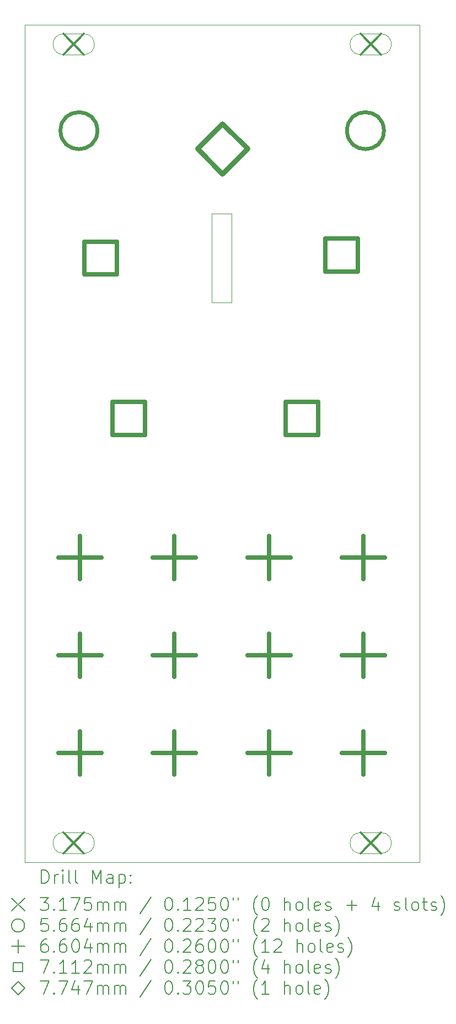
<source format=gbr>
%TF.GenerationSoftware,KiCad,Pcbnew,8.0.5*%
%TF.CreationDate,2024-10-24T15:03:55-07:00*%
%TF.ProjectId,Sampler-built-FACEPLATE,53616d70-6c65-4722-9d62-75696c742d46,rev?*%
%TF.SameCoordinates,PXfff3cb00PY713fb30*%
%TF.FileFunction,Drillmap*%
%TF.FilePolarity,Positive*%
%FSLAX45Y45*%
G04 Gerber Fmt 4.5, Leading zero omitted, Abs format (unit mm)*
G04 Created by KiCad (PCBNEW 8.0.5) date 2024-10-24 15:03:55*
%MOMM*%
%LPD*%
G01*
G04 APERTURE LIST*
%ADD10C,0.100000*%
%ADD11C,0.050000*%
%ADD12C,0.200000*%
%ADD13C,0.317500*%
%ADD14C,0.566420*%
%ADD15C,0.660400*%
%ADD16C,0.711200*%
%ADD17C,0.774700*%
G04 APERTURE END LIST*
D10*
X0Y0D02*
X6060000Y0D01*
X0Y12850000D02*
X0Y0D01*
X0Y12850000D02*
X6060000Y12850000D01*
X6060000Y12850000D02*
X6060000Y0D01*
D11*
X2867200Y9953600D02*
X3177200Y9953600D01*
X2867200Y8592600D02*
X2867200Y9952600D01*
X3178200Y9952600D02*
X3178200Y8593600D01*
X3178200Y8592600D02*
X2867200Y8592600D01*
D12*
D13*
X590550Y12709030D02*
X908050Y12391530D01*
X908050Y12709030D02*
X590550Y12391530D01*
D10*
X590550Y12391530D02*
X908050Y12391530D01*
X908050Y12709030D02*
G75*
G02*
X908050Y12391530I0J-158750D01*
G01*
X908050Y12709030D02*
X590550Y12709030D01*
X590550Y12709030D02*
G75*
G03*
X590550Y12391530I0J-158750D01*
G01*
D13*
X590550Y458470D02*
X908050Y140970D01*
X908050Y458470D02*
X590550Y140970D01*
D10*
X590550Y140970D02*
X908050Y140970D01*
X908050Y458470D02*
G75*
G02*
X908050Y140970I0J-158750D01*
G01*
X908050Y458470D02*
X590550Y458470D01*
X590550Y458470D02*
G75*
G03*
X590550Y140970I0J-158750D01*
G01*
D13*
X5151950Y12709030D02*
X5469450Y12391530D01*
X5469450Y12709030D02*
X5151950Y12391530D01*
D10*
X5151950Y12391530D02*
X5469450Y12391530D01*
X5469450Y12709030D02*
G75*
G02*
X5469450Y12391530I0J-158750D01*
G01*
X5469450Y12709030D02*
X5151950Y12709030D01*
X5151950Y12709030D02*
G75*
G03*
X5151950Y12391530I0J-158750D01*
G01*
D13*
X5151950Y458470D02*
X5469450Y140970D01*
X5469450Y458470D02*
X5151950Y140970D01*
D10*
X5151950Y140970D02*
X5469450Y140970D01*
X5469450Y458470D02*
G75*
G02*
X5469450Y140970I0J-158750D01*
G01*
X5469450Y458470D02*
X5151950Y458470D01*
X5151950Y458470D02*
G75*
G03*
X5151950Y140970I0J-158750D01*
G01*
D14*
X1113210Y11225000D02*
G75*
G02*
X546790Y11225000I-283210J0D01*
G01*
X546790Y11225000D02*
G75*
G02*
X1113210Y11225000I283210J0D01*
G01*
X5513210Y11225000D02*
G75*
G02*
X4946790Y11225000I-283210J0D01*
G01*
X4946790Y11225000D02*
G75*
G02*
X5513210Y11225000I283210J0D01*
G01*
D15*
X843000Y2009200D02*
X843000Y1348800D01*
X512800Y1679000D02*
X1173200Y1679000D01*
X843100Y5011700D02*
X843100Y4351300D01*
X512900Y4681500D02*
X1173300Y4681500D01*
X843100Y3512100D02*
X843100Y2851700D01*
X512900Y3181900D02*
X1173300Y3181900D01*
X2295700Y5011700D02*
X2295700Y4351300D01*
X1965500Y4681500D02*
X2625900Y4681500D01*
X2295800Y3512100D02*
X2295800Y2851700D01*
X1965600Y3181900D02*
X2626000Y3181900D01*
X2295800Y2009200D02*
X2295800Y1348800D01*
X1965600Y1679000D02*
X2626000Y1679000D01*
X3748500Y5011700D02*
X3748500Y4351300D01*
X3418300Y4681500D02*
X4078700Y4681500D01*
X3748500Y3512100D02*
X3748500Y2851700D01*
X3418300Y3181900D02*
X4078700Y3181900D01*
X3748500Y2009200D02*
X3748500Y1348800D01*
X3418300Y1679000D02*
X4078700Y1679000D01*
X5200600Y5011700D02*
X5200600Y4351300D01*
X4870400Y4681500D02*
X5530800Y4681500D01*
X5200600Y3512100D02*
X5200600Y2851700D01*
X4870400Y3181900D02*
X5530800Y3181900D01*
X5200600Y2009200D02*
X5200600Y1348800D01*
X4870400Y1679000D02*
X5530800Y1679000D01*
D16*
X1413450Y9021650D02*
X1413450Y9524550D01*
X910550Y9524550D01*
X910550Y9021650D01*
X1413450Y9021650D01*
X1845450Y6561350D02*
X1845450Y7064250D01*
X1342550Y7064250D01*
X1342550Y6561350D01*
X1845450Y6561350D01*
X4507450Y6561350D02*
X4507450Y7064250D01*
X4004550Y7064250D01*
X4004550Y6561350D01*
X4507450Y6561350D01*
X5112950Y9064450D02*
X5112950Y9567350D01*
X4610050Y9567350D01*
X4610050Y9064450D01*
X5112950Y9064450D01*
D17*
X3033100Y10560550D02*
X3420450Y10947900D01*
X3033100Y11335250D01*
X2645750Y10947900D01*
X3033100Y10560550D01*
D12*
X255777Y-316484D02*
X255777Y-116484D01*
X255777Y-116484D02*
X303396Y-116484D01*
X303396Y-116484D02*
X331967Y-126008D01*
X331967Y-126008D02*
X351015Y-145055D01*
X351015Y-145055D02*
X360539Y-164103D01*
X360539Y-164103D02*
X370062Y-202198D01*
X370062Y-202198D02*
X370062Y-230769D01*
X370062Y-230769D02*
X360539Y-268865D01*
X360539Y-268865D02*
X351015Y-287912D01*
X351015Y-287912D02*
X331967Y-306960D01*
X331967Y-306960D02*
X303396Y-316484D01*
X303396Y-316484D02*
X255777Y-316484D01*
X455777Y-316484D02*
X455777Y-183150D01*
X455777Y-221246D02*
X465301Y-202198D01*
X465301Y-202198D02*
X474824Y-192674D01*
X474824Y-192674D02*
X493872Y-183150D01*
X493872Y-183150D02*
X512920Y-183150D01*
X579586Y-316484D02*
X579586Y-183150D01*
X579586Y-116484D02*
X570063Y-126008D01*
X570063Y-126008D02*
X579586Y-135531D01*
X579586Y-135531D02*
X589110Y-126008D01*
X589110Y-126008D02*
X579586Y-116484D01*
X579586Y-116484D02*
X579586Y-135531D01*
X703396Y-316484D02*
X684348Y-306960D01*
X684348Y-306960D02*
X674824Y-287912D01*
X674824Y-287912D02*
X674824Y-116484D01*
X808158Y-316484D02*
X789110Y-306960D01*
X789110Y-306960D02*
X779586Y-287912D01*
X779586Y-287912D02*
X779586Y-116484D01*
X1036729Y-316484D02*
X1036729Y-116484D01*
X1036729Y-116484D02*
X1103396Y-259341D01*
X1103396Y-259341D02*
X1170063Y-116484D01*
X1170063Y-116484D02*
X1170063Y-316484D01*
X1351015Y-316484D02*
X1351015Y-211722D01*
X1351015Y-211722D02*
X1341491Y-192674D01*
X1341491Y-192674D02*
X1322444Y-183150D01*
X1322444Y-183150D02*
X1284348Y-183150D01*
X1284348Y-183150D02*
X1265301Y-192674D01*
X1351015Y-306960D02*
X1331967Y-316484D01*
X1331967Y-316484D02*
X1284348Y-316484D01*
X1284348Y-316484D02*
X1265301Y-306960D01*
X1265301Y-306960D02*
X1255777Y-287912D01*
X1255777Y-287912D02*
X1255777Y-268865D01*
X1255777Y-268865D02*
X1265301Y-249817D01*
X1265301Y-249817D02*
X1284348Y-240293D01*
X1284348Y-240293D02*
X1331967Y-240293D01*
X1331967Y-240293D02*
X1351015Y-230769D01*
X1446253Y-183150D02*
X1446253Y-383150D01*
X1446253Y-192674D02*
X1465301Y-183150D01*
X1465301Y-183150D02*
X1503396Y-183150D01*
X1503396Y-183150D02*
X1522443Y-192674D01*
X1522443Y-192674D02*
X1531967Y-202198D01*
X1531967Y-202198D02*
X1541491Y-221246D01*
X1541491Y-221246D02*
X1541491Y-278389D01*
X1541491Y-278389D02*
X1531967Y-297436D01*
X1531967Y-297436D02*
X1522443Y-306960D01*
X1522443Y-306960D02*
X1503396Y-316484D01*
X1503396Y-316484D02*
X1465301Y-316484D01*
X1465301Y-316484D02*
X1446253Y-306960D01*
X1627205Y-297436D02*
X1636729Y-306960D01*
X1636729Y-306960D02*
X1627205Y-316484D01*
X1627205Y-316484D02*
X1617682Y-306960D01*
X1617682Y-306960D02*
X1627205Y-297436D01*
X1627205Y-297436D02*
X1627205Y-316484D01*
X1627205Y-192674D02*
X1636729Y-202198D01*
X1636729Y-202198D02*
X1627205Y-211722D01*
X1627205Y-211722D02*
X1617682Y-202198D01*
X1617682Y-202198D02*
X1627205Y-192674D01*
X1627205Y-192674D02*
X1627205Y-211722D01*
X-205000Y-545000D02*
X-5000Y-745000D01*
X-5000Y-545000D02*
X-205000Y-745000D01*
X236729Y-536484D02*
X360539Y-536484D01*
X360539Y-536484D02*
X293872Y-612674D01*
X293872Y-612674D02*
X322444Y-612674D01*
X322444Y-612674D02*
X341491Y-622198D01*
X341491Y-622198D02*
X351015Y-631722D01*
X351015Y-631722D02*
X360539Y-650770D01*
X360539Y-650770D02*
X360539Y-698389D01*
X360539Y-698389D02*
X351015Y-717436D01*
X351015Y-717436D02*
X341491Y-726960D01*
X341491Y-726960D02*
X322444Y-736484D01*
X322444Y-736484D02*
X265301Y-736484D01*
X265301Y-736484D02*
X246253Y-726960D01*
X246253Y-726960D02*
X236729Y-717436D01*
X446253Y-717436D02*
X455777Y-726960D01*
X455777Y-726960D02*
X446253Y-736484D01*
X446253Y-736484D02*
X436729Y-726960D01*
X436729Y-726960D02*
X446253Y-717436D01*
X446253Y-717436D02*
X446253Y-736484D01*
X646253Y-736484D02*
X531967Y-736484D01*
X589110Y-736484D02*
X589110Y-536484D01*
X589110Y-536484D02*
X570063Y-565055D01*
X570063Y-565055D02*
X551015Y-584103D01*
X551015Y-584103D02*
X531967Y-593627D01*
X712920Y-536484D02*
X846253Y-536484D01*
X846253Y-536484D02*
X760539Y-736484D01*
X1017682Y-536484D02*
X922443Y-536484D01*
X922443Y-536484D02*
X912920Y-631722D01*
X912920Y-631722D02*
X922443Y-622198D01*
X922443Y-622198D02*
X941491Y-612674D01*
X941491Y-612674D02*
X989110Y-612674D01*
X989110Y-612674D02*
X1008158Y-622198D01*
X1008158Y-622198D02*
X1017682Y-631722D01*
X1017682Y-631722D02*
X1027205Y-650770D01*
X1027205Y-650770D02*
X1027205Y-698389D01*
X1027205Y-698389D02*
X1017682Y-717436D01*
X1017682Y-717436D02*
X1008158Y-726960D01*
X1008158Y-726960D02*
X989110Y-736484D01*
X989110Y-736484D02*
X941491Y-736484D01*
X941491Y-736484D02*
X922443Y-726960D01*
X922443Y-726960D02*
X912920Y-717436D01*
X1112920Y-736484D02*
X1112920Y-603150D01*
X1112920Y-622198D02*
X1122444Y-612674D01*
X1122444Y-612674D02*
X1141491Y-603150D01*
X1141491Y-603150D02*
X1170063Y-603150D01*
X1170063Y-603150D02*
X1189110Y-612674D01*
X1189110Y-612674D02*
X1198634Y-631722D01*
X1198634Y-631722D02*
X1198634Y-736484D01*
X1198634Y-631722D02*
X1208158Y-612674D01*
X1208158Y-612674D02*
X1227205Y-603150D01*
X1227205Y-603150D02*
X1255777Y-603150D01*
X1255777Y-603150D02*
X1274825Y-612674D01*
X1274825Y-612674D02*
X1284348Y-631722D01*
X1284348Y-631722D02*
X1284348Y-736484D01*
X1379586Y-736484D02*
X1379586Y-603150D01*
X1379586Y-622198D02*
X1389110Y-612674D01*
X1389110Y-612674D02*
X1408158Y-603150D01*
X1408158Y-603150D02*
X1436729Y-603150D01*
X1436729Y-603150D02*
X1455777Y-612674D01*
X1455777Y-612674D02*
X1465301Y-631722D01*
X1465301Y-631722D02*
X1465301Y-736484D01*
X1465301Y-631722D02*
X1474824Y-612674D01*
X1474824Y-612674D02*
X1493872Y-603150D01*
X1493872Y-603150D02*
X1522443Y-603150D01*
X1522443Y-603150D02*
X1541491Y-612674D01*
X1541491Y-612674D02*
X1551015Y-631722D01*
X1551015Y-631722D02*
X1551015Y-736484D01*
X1941491Y-526960D02*
X1770063Y-784103D01*
X2198634Y-536484D02*
X2217682Y-536484D01*
X2217682Y-536484D02*
X2236729Y-546008D01*
X2236729Y-546008D02*
X2246253Y-555531D01*
X2246253Y-555531D02*
X2255777Y-574579D01*
X2255777Y-574579D02*
X2265301Y-612674D01*
X2265301Y-612674D02*
X2265301Y-660293D01*
X2265301Y-660293D02*
X2255777Y-698389D01*
X2255777Y-698389D02*
X2246253Y-717436D01*
X2246253Y-717436D02*
X2236729Y-726960D01*
X2236729Y-726960D02*
X2217682Y-736484D01*
X2217682Y-736484D02*
X2198634Y-736484D01*
X2198634Y-736484D02*
X2179587Y-726960D01*
X2179587Y-726960D02*
X2170063Y-717436D01*
X2170063Y-717436D02*
X2160539Y-698389D01*
X2160539Y-698389D02*
X2151015Y-660293D01*
X2151015Y-660293D02*
X2151015Y-612674D01*
X2151015Y-612674D02*
X2160539Y-574579D01*
X2160539Y-574579D02*
X2170063Y-555531D01*
X2170063Y-555531D02*
X2179587Y-546008D01*
X2179587Y-546008D02*
X2198634Y-536484D01*
X2351015Y-717436D02*
X2360539Y-726960D01*
X2360539Y-726960D02*
X2351015Y-736484D01*
X2351015Y-736484D02*
X2341491Y-726960D01*
X2341491Y-726960D02*
X2351015Y-717436D01*
X2351015Y-717436D02*
X2351015Y-736484D01*
X2551015Y-736484D02*
X2436729Y-736484D01*
X2493872Y-736484D02*
X2493872Y-536484D01*
X2493872Y-536484D02*
X2474825Y-565055D01*
X2474825Y-565055D02*
X2455777Y-584103D01*
X2455777Y-584103D02*
X2436729Y-593627D01*
X2627206Y-555531D02*
X2636729Y-546008D01*
X2636729Y-546008D02*
X2655777Y-536484D01*
X2655777Y-536484D02*
X2703396Y-536484D01*
X2703396Y-536484D02*
X2722444Y-546008D01*
X2722444Y-546008D02*
X2731968Y-555531D01*
X2731968Y-555531D02*
X2741491Y-574579D01*
X2741491Y-574579D02*
X2741491Y-593627D01*
X2741491Y-593627D02*
X2731968Y-622198D01*
X2731968Y-622198D02*
X2617682Y-736484D01*
X2617682Y-736484D02*
X2741491Y-736484D01*
X2922444Y-536484D02*
X2827206Y-536484D01*
X2827206Y-536484D02*
X2817682Y-631722D01*
X2817682Y-631722D02*
X2827206Y-622198D01*
X2827206Y-622198D02*
X2846253Y-612674D01*
X2846253Y-612674D02*
X2893872Y-612674D01*
X2893872Y-612674D02*
X2912920Y-622198D01*
X2912920Y-622198D02*
X2922444Y-631722D01*
X2922444Y-631722D02*
X2931967Y-650770D01*
X2931967Y-650770D02*
X2931967Y-698389D01*
X2931967Y-698389D02*
X2922444Y-717436D01*
X2922444Y-717436D02*
X2912920Y-726960D01*
X2912920Y-726960D02*
X2893872Y-736484D01*
X2893872Y-736484D02*
X2846253Y-736484D01*
X2846253Y-736484D02*
X2827206Y-726960D01*
X2827206Y-726960D02*
X2817682Y-717436D01*
X3055777Y-536484D02*
X3074825Y-536484D01*
X3074825Y-536484D02*
X3093872Y-546008D01*
X3093872Y-546008D02*
X3103396Y-555531D01*
X3103396Y-555531D02*
X3112920Y-574579D01*
X3112920Y-574579D02*
X3122444Y-612674D01*
X3122444Y-612674D02*
X3122444Y-660293D01*
X3122444Y-660293D02*
X3112920Y-698389D01*
X3112920Y-698389D02*
X3103396Y-717436D01*
X3103396Y-717436D02*
X3093872Y-726960D01*
X3093872Y-726960D02*
X3074825Y-736484D01*
X3074825Y-736484D02*
X3055777Y-736484D01*
X3055777Y-736484D02*
X3036729Y-726960D01*
X3036729Y-726960D02*
X3027206Y-717436D01*
X3027206Y-717436D02*
X3017682Y-698389D01*
X3017682Y-698389D02*
X3008158Y-660293D01*
X3008158Y-660293D02*
X3008158Y-612674D01*
X3008158Y-612674D02*
X3017682Y-574579D01*
X3017682Y-574579D02*
X3027206Y-555531D01*
X3027206Y-555531D02*
X3036729Y-546008D01*
X3036729Y-546008D02*
X3055777Y-536484D01*
X3198634Y-536484D02*
X3198634Y-574579D01*
X3274825Y-536484D02*
X3274825Y-574579D01*
X3570063Y-812674D02*
X3560539Y-803150D01*
X3560539Y-803150D02*
X3541491Y-774579D01*
X3541491Y-774579D02*
X3531968Y-755531D01*
X3531968Y-755531D02*
X3522444Y-726960D01*
X3522444Y-726960D02*
X3512920Y-679341D01*
X3512920Y-679341D02*
X3512920Y-641246D01*
X3512920Y-641246D02*
X3522444Y-593627D01*
X3522444Y-593627D02*
X3531968Y-565055D01*
X3531968Y-565055D02*
X3541491Y-546008D01*
X3541491Y-546008D02*
X3560539Y-517436D01*
X3560539Y-517436D02*
X3570063Y-507912D01*
X3684348Y-536484D02*
X3703396Y-536484D01*
X3703396Y-536484D02*
X3722444Y-546008D01*
X3722444Y-546008D02*
X3731968Y-555531D01*
X3731968Y-555531D02*
X3741491Y-574579D01*
X3741491Y-574579D02*
X3751015Y-612674D01*
X3751015Y-612674D02*
X3751015Y-660293D01*
X3751015Y-660293D02*
X3741491Y-698389D01*
X3741491Y-698389D02*
X3731968Y-717436D01*
X3731968Y-717436D02*
X3722444Y-726960D01*
X3722444Y-726960D02*
X3703396Y-736484D01*
X3703396Y-736484D02*
X3684348Y-736484D01*
X3684348Y-736484D02*
X3665301Y-726960D01*
X3665301Y-726960D02*
X3655777Y-717436D01*
X3655777Y-717436D02*
X3646253Y-698389D01*
X3646253Y-698389D02*
X3636729Y-660293D01*
X3636729Y-660293D02*
X3636729Y-612674D01*
X3636729Y-612674D02*
X3646253Y-574579D01*
X3646253Y-574579D02*
X3655777Y-555531D01*
X3655777Y-555531D02*
X3665301Y-546008D01*
X3665301Y-546008D02*
X3684348Y-536484D01*
X3989110Y-736484D02*
X3989110Y-536484D01*
X4074825Y-736484D02*
X4074825Y-631722D01*
X4074825Y-631722D02*
X4065301Y-612674D01*
X4065301Y-612674D02*
X4046253Y-603150D01*
X4046253Y-603150D02*
X4017682Y-603150D01*
X4017682Y-603150D02*
X3998634Y-612674D01*
X3998634Y-612674D02*
X3989110Y-622198D01*
X4198634Y-736484D02*
X4179587Y-726960D01*
X4179587Y-726960D02*
X4170063Y-717436D01*
X4170063Y-717436D02*
X4160539Y-698389D01*
X4160539Y-698389D02*
X4160539Y-641246D01*
X4160539Y-641246D02*
X4170063Y-622198D01*
X4170063Y-622198D02*
X4179587Y-612674D01*
X4179587Y-612674D02*
X4198634Y-603150D01*
X4198634Y-603150D02*
X4227206Y-603150D01*
X4227206Y-603150D02*
X4246253Y-612674D01*
X4246253Y-612674D02*
X4255777Y-622198D01*
X4255777Y-622198D02*
X4265301Y-641246D01*
X4265301Y-641246D02*
X4265301Y-698389D01*
X4265301Y-698389D02*
X4255777Y-717436D01*
X4255777Y-717436D02*
X4246253Y-726960D01*
X4246253Y-726960D02*
X4227206Y-736484D01*
X4227206Y-736484D02*
X4198634Y-736484D01*
X4379587Y-736484D02*
X4360539Y-726960D01*
X4360539Y-726960D02*
X4351015Y-707912D01*
X4351015Y-707912D02*
X4351015Y-536484D01*
X4531968Y-726960D02*
X4512920Y-736484D01*
X4512920Y-736484D02*
X4474825Y-736484D01*
X4474825Y-736484D02*
X4455777Y-726960D01*
X4455777Y-726960D02*
X4446253Y-707912D01*
X4446253Y-707912D02*
X4446253Y-631722D01*
X4446253Y-631722D02*
X4455777Y-612674D01*
X4455777Y-612674D02*
X4474825Y-603150D01*
X4474825Y-603150D02*
X4512920Y-603150D01*
X4512920Y-603150D02*
X4531968Y-612674D01*
X4531968Y-612674D02*
X4541492Y-631722D01*
X4541492Y-631722D02*
X4541492Y-650770D01*
X4541492Y-650770D02*
X4446253Y-669817D01*
X4617682Y-726960D02*
X4636730Y-736484D01*
X4636730Y-736484D02*
X4674825Y-736484D01*
X4674825Y-736484D02*
X4693873Y-726960D01*
X4693873Y-726960D02*
X4703396Y-707912D01*
X4703396Y-707912D02*
X4703396Y-698389D01*
X4703396Y-698389D02*
X4693873Y-679341D01*
X4693873Y-679341D02*
X4674825Y-669817D01*
X4674825Y-669817D02*
X4646253Y-669817D01*
X4646253Y-669817D02*
X4627206Y-660293D01*
X4627206Y-660293D02*
X4617682Y-641246D01*
X4617682Y-641246D02*
X4617682Y-631722D01*
X4617682Y-631722D02*
X4627206Y-612674D01*
X4627206Y-612674D02*
X4646253Y-603150D01*
X4646253Y-603150D02*
X4674825Y-603150D01*
X4674825Y-603150D02*
X4693873Y-612674D01*
X4941492Y-660293D02*
X5093873Y-660293D01*
X5017682Y-736484D02*
X5017682Y-584103D01*
X5427206Y-603150D02*
X5427206Y-736484D01*
X5379587Y-526960D02*
X5331968Y-669817D01*
X5331968Y-669817D02*
X5455777Y-669817D01*
X5674825Y-726960D02*
X5693873Y-736484D01*
X5693873Y-736484D02*
X5731968Y-736484D01*
X5731968Y-736484D02*
X5751015Y-726960D01*
X5751015Y-726960D02*
X5760539Y-707912D01*
X5760539Y-707912D02*
X5760539Y-698389D01*
X5760539Y-698389D02*
X5751015Y-679341D01*
X5751015Y-679341D02*
X5731968Y-669817D01*
X5731968Y-669817D02*
X5703396Y-669817D01*
X5703396Y-669817D02*
X5684349Y-660293D01*
X5684349Y-660293D02*
X5674825Y-641246D01*
X5674825Y-641246D02*
X5674825Y-631722D01*
X5674825Y-631722D02*
X5684349Y-612674D01*
X5684349Y-612674D02*
X5703396Y-603150D01*
X5703396Y-603150D02*
X5731968Y-603150D01*
X5731968Y-603150D02*
X5751015Y-612674D01*
X5874825Y-736484D02*
X5855777Y-726960D01*
X5855777Y-726960D02*
X5846254Y-707912D01*
X5846254Y-707912D02*
X5846254Y-536484D01*
X5979587Y-736484D02*
X5960539Y-726960D01*
X5960539Y-726960D02*
X5951015Y-717436D01*
X5951015Y-717436D02*
X5941492Y-698389D01*
X5941492Y-698389D02*
X5941492Y-641246D01*
X5941492Y-641246D02*
X5951015Y-622198D01*
X5951015Y-622198D02*
X5960539Y-612674D01*
X5960539Y-612674D02*
X5979587Y-603150D01*
X5979587Y-603150D02*
X6008158Y-603150D01*
X6008158Y-603150D02*
X6027206Y-612674D01*
X6027206Y-612674D02*
X6036730Y-622198D01*
X6036730Y-622198D02*
X6046254Y-641246D01*
X6046254Y-641246D02*
X6046254Y-698389D01*
X6046254Y-698389D02*
X6036730Y-717436D01*
X6036730Y-717436D02*
X6027206Y-726960D01*
X6027206Y-726960D02*
X6008158Y-736484D01*
X6008158Y-736484D02*
X5979587Y-736484D01*
X6103396Y-603150D02*
X6179587Y-603150D01*
X6131968Y-536484D02*
X6131968Y-707912D01*
X6131968Y-707912D02*
X6141492Y-726960D01*
X6141492Y-726960D02*
X6160539Y-736484D01*
X6160539Y-736484D02*
X6179587Y-736484D01*
X6236730Y-726960D02*
X6255777Y-736484D01*
X6255777Y-736484D02*
X6293873Y-736484D01*
X6293873Y-736484D02*
X6312920Y-726960D01*
X6312920Y-726960D02*
X6322444Y-707912D01*
X6322444Y-707912D02*
X6322444Y-698389D01*
X6322444Y-698389D02*
X6312920Y-679341D01*
X6312920Y-679341D02*
X6293873Y-669817D01*
X6293873Y-669817D02*
X6265301Y-669817D01*
X6265301Y-669817D02*
X6246254Y-660293D01*
X6246254Y-660293D02*
X6236730Y-641246D01*
X6236730Y-641246D02*
X6236730Y-631722D01*
X6236730Y-631722D02*
X6246254Y-612674D01*
X6246254Y-612674D02*
X6265301Y-603150D01*
X6265301Y-603150D02*
X6293873Y-603150D01*
X6293873Y-603150D02*
X6312920Y-612674D01*
X6389111Y-812674D02*
X6398635Y-803150D01*
X6398635Y-803150D02*
X6417682Y-774579D01*
X6417682Y-774579D02*
X6427206Y-755531D01*
X6427206Y-755531D02*
X6436730Y-726960D01*
X6436730Y-726960D02*
X6446254Y-679341D01*
X6446254Y-679341D02*
X6446254Y-641246D01*
X6446254Y-641246D02*
X6436730Y-593627D01*
X6436730Y-593627D02*
X6427206Y-565055D01*
X6427206Y-565055D02*
X6417682Y-546008D01*
X6417682Y-546008D02*
X6398635Y-517436D01*
X6398635Y-517436D02*
X6389111Y-507912D01*
X-5000Y-965000D02*
G75*
G02*
X-205000Y-965000I-100000J0D01*
G01*
X-205000Y-965000D02*
G75*
G02*
X-5000Y-965000I100000J0D01*
G01*
X351015Y-856484D02*
X255777Y-856484D01*
X255777Y-856484D02*
X246253Y-951722D01*
X246253Y-951722D02*
X255777Y-942198D01*
X255777Y-942198D02*
X274824Y-932674D01*
X274824Y-932674D02*
X322444Y-932674D01*
X322444Y-932674D02*
X341491Y-942198D01*
X341491Y-942198D02*
X351015Y-951722D01*
X351015Y-951722D02*
X360539Y-970769D01*
X360539Y-970769D02*
X360539Y-1018388D01*
X360539Y-1018388D02*
X351015Y-1037436D01*
X351015Y-1037436D02*
X341491Y-1046960D01*
X341491Y-1046960D02*
X322444Y-1056484D01*
X322444Y-1056484D02*
X274824Y-1056484D01*
X274824Y-1056484D02*
X255777Y-1046960D01*
X255777Y-1046960D02*
X246253Y-1037436D01*
X446253Y-1037436D02*
X455777Y-1046960D01*
X455777Y-1046960D02*
X446253Y-1056484D01*
X446253Y-1056484D02*
X436729Y-1046960D01*
X436729Y-1046960D02*
X446253Y-1037436D01*
X446253Y-1037436D02*
X446253Y-1056484D01*
X627205Y-856484D02*
X589110Y-856484D01*
X589110Y-856484D02*
X570063Y-866008D01*
X570063Y-866008D02*
X560539Y-875531D01*
X560539Y-875531D02*
X541491Y-904103D01*
X541491Y-904103D02*
X531967Y-942198D01*
X531967Y-942198D02*
X531967Y-1018388D01*
X531967Y-1018388D02*
X541491Y-1037436D01*
X541491Y-1037436D02*
X551015Y-1046960D01*
X551015Y-1046960D02*
X570063Y-1056484D01*
X570063Y-1056484D02*
X608158Y-1056484D01*
X608158Y-1056484D02*
X627205Y-1046960D01*
X627205Y-1046960D02*
X636729Y-1037436D01*
X636729Y-1037436D02*
X646253Y-1018388D01*
X646253Y-1018388D02*
X646253Y-970769D01*
X646253Y-970769D02*
X636729Y-951722D01*
X636729Y-951722D02*
X627205Y-942198D01*
X627205Y-942198D02*
X608158Y-932674D01*
X608158Y-932674D02*
X570063Y-932674D01*
X570063Y-932674D02*
X551015Y-942198D01*
X551015Y-942198D02*
X541491Y-951722D01*
X541491Y-951722D02*
X531967Y-970769D01*
X817682Y-856484D02*
X779586Y-856484D01*
X779586Y-856484D02*
X760539Y-866008D01*
X760539Y-866008D02*
X751015Y-875531D01*
X751015Y-875531D02*
X731967Y-904103D01*
X731967Y-904103D02*
X722443Y-942198D01*
X722443Y-942198D02*
X722443Y-1018388D01*
X722443Y-1018388D02*
X731967Y-1037436D01*
X731967Y-1037436D02*
X741491Y-1046960D01*
X741491Y-1046960D02*
X760539Y-1056484D01*
X760539Y-1056484D02*
X798634Y-1056484D01*
X798634Y-1056484D02*
X817682Y-1046960D01*
X817682Y-1046960D02*
X827205Y-1037436D01*
X827205Y-1037436D02*
X836729Y-1018388D01*
X836729Y-1018388D02*
X836729Y-970769D01*
X836729Y-970769D02*
X827205Y-951722D01*
X827205Y-951722D02*
X817682Y-942198D01*
X817682Y-942198D02*
X798634Y-932674D01*
X798634Y-932674D02*
X760539Y-932674D01*
X760539Y-932674D02*
X741491Y-942198D01*
X741491Y-942198D02*
X731967Y-951722D01*
X731967Y-951722D02*
X722443Y-970769D01*
X1008158Y-923150D02*
X1008158Y-1056484D01*
X960539Y-846960D02*
X912920Y-989817D01*
X912920Y-989817D02*
X1036729Y-989817D01*
X1112920Y-1056484D02*
X1112920Y-923150D01*
X1112920Y-942198D02*
X1122444Y-932674D01*
X1122444Y-932674D02*
X1141491Y-923150D01*
X1141491Y-923150D02*
X1170063Y-923150D01*
X1170063Y-923150D02*
X1189110Y-932674D01*
X1189110Y-932674D02*
X1198634Y-951722D01*
X1198634Y-951722D02*
X1198634Y-1056484D01*
X1198634Y-951722D02*
X1208158Y-932674D01*
X1208158Y-932674D02*
X1227205Y-923150D01*
X1227205Y-923150D02*
X1255777Y-923150D01*
X1255777Y-923150D02*
X1274825Y-932674D01*
X1274825Y-932674D02*
X1284348Y-951722D01*
X1284348Y-951722D02*
X1284348Y-1056484D01*
X1379586Y-1056484D02*
X1379586Y-923150D01*
X1379586Y-942198D02*
X1389110Y-932674D01*
X1389110Y-932674D02*
X1408158Y-923150D01*
X1408158Y-923150D02*
X1436729Y-923150D01*
X1436729Y-923150D02*
X1455777Y-932674D01*
X1455777Y-932674D02*
X1465301Y-951722D01*
X1465301Y-951722D02*
X1465301Y-1056484D01*
X1465301Y-951722D02*
X1474824Y-932674D01*
X1474824Y-932674D02*
X1493872Y-923150D01*
X1493872Y-923150D02*
X1522443Y-923150D01*
X1522443Y-923150D02*
X1541491Y-932674D01*
X1541491Y-932674D02*
X1551015Y-951722D01*
X1551015Y-951722D02*
X1551015Y-1056484D01*
X1941491Y-846960D02*
X1770063Y-1104103D01*
X2198634Y-856484D02*
X2217682Y-856484D01*
X2217682Y-856484D02*
X2236729Y-866008D01*
X2236729Y-866008D02*
X2246253Y-875531D01*
X2246253Y-875531D02*
X2255777Y-894579D01*
X2255777Y-894579D02*
X2265301Y-932674D01*
X2265301Y-932674D02*
X2265301Y-980293D01*
X2265301Y-980293D02*
X2255777Y-1018388D01*
X2255777Y-1018388D02*
X2246253Y-1037436D01*
X2246253Y-1037436D02*
X2236729Y-1046960D01*
X2236729Y-1046960D02*
X2217682Y-1056484D01*
X2217682Y-1056484D02*
X2198634Y-1056484D01*
X2198634Y-1056484D02*
X2179587Y-1046960D01*
X2179587Y-1046960D02*
X2170063Y-1037436D01*
X2170063Y-1037436D02*
X2160539Y-1018388D01*
X2160539Y-1018388D02*
X2151015Y-980293D01*
X2151015Y-980293D02*
X2151015Y-932674D01*
X2151015Y-932674D02*
X2160539Y-894579D01*
X2160539Y-894579D02*
X2170063Y-875531D01*
X2170063Y-875531D02*
X2179587Y-866008D01*
X2179587Y-866008D02*
X2198634Y-856484D01*
X2351015Y-1037436D02*
X2360539Y-1046960D01*
X2360539Y-1046960D02*
X2351015Y-1056484D01*
X2351015Y-1056484D02*
X2341491Y-1046960D01*
X2341491Y-1046960D02*
X2351015Y-1037436D01*
X2351015Y-1037436D02*
X2351015Y-1056484D01*
X2436729Y-875531D02*
X2446253Y-866008D01*
X2446253Y-866008D02*
X2465301Y-856484D01*
X2465301Y-856484D02*
X2512920Y-856484D01*
X2512920Y-856484D02*
X2531968Y-866008D01*
X2531968Y-866008D02*
X2541491Y-875531D01*
X2541491Y-875531D02*
X2551015Y-894579D01*
X2551015Y-894579D02*
X2551015Y-913627D01*
X2551015Y-913627D02*
X2541491Y-942198D01*
X2541491Y-942198D02*
X2427206Y-1056484D01*
X2427206Y-1056484D02*
X2551015Y-1056484D01*
X2627206Y-875531D02*
X2636729Y-866008D01*
X2636729Y-866008D02*
X2655777Y-856484D01*
X2655777Y-856484D02*
X2703396Y-856484D01*
X2703396Y-856484D02*
X2722444Y-866008D01*
X2722444Y-866008D02*
X2731968Y-875531D01*
X2731968Y-875531D02*
X2741491Y-894579D01*
X2741491Y-894579D02*
X2741491Y-913627D01*
X2741491Y-913627D02*
X2731968Y-942198D01*
X2731968Y-942198D02*
X2617682Y-1056484D01*
X2617682Y-1056484D02*
X2741491Y-1056484D01*
X2808158Y-856484D02*
X2931967Y-856484D01*
X2931967Y-856484D02*
X2865301Y-932674D01*
X2865301Y-932674D02*
X2893872Y-932674D01*
X2893872Y-932674D02*
X2912920Y-942198D01*
X2912920Y-942198D02*
X2922444Y-951722D01*
X2922444Y-951722D02*
X2931967Y-970769D01*
X2931967Y-970769D02*
X2931967Y-1018388D01*
X2931967Y-1018388D02*
X2922444Y-1037436D01*
X2922444Y-1037436D02*
X2912920Y-1046960D01*
X2912920Y-1046960D02*
X2893872Y-1056484D01*
X2893872Y-1056484D02*
X2836729Y-1056484D01*
X2836729Y-1056484D02*
X2817682Y-1046960D01*
X2817682Y-1046960D02*
X2808158Y-1037436D01*
X3055777Y-856484D02*
X3074825Y-856484D01*
X3074825Y-856484D02*
X3093872Y-866008D01*
X3093872Y-866008D02*
X3103396Y-875531D01*
X3103396Y-875531D02*
X3112920Y-894579D01*
X3112920Y-894579D02*
X3122444Y-932674D01*
X3122444Y-932674D02*
X3122444Y-980293D01*
X3122444Y-980293D02*
X3112920Y-1018388D01*
X3112920Y-1018388D02*
X3103396Y-1037436D01*
X3103396Y-1037436D02*
X3093872Y-1046960D01*
X3093872Y-1046960D02*
X3074825Y-1056484D01*
X3074825Y-1056484D02*
X3055777Y-1056484D01*
X3055777Y-1056484D02*
X3036729Y-1046960D01*
X3036729Y-1046960D02*
X3027206Y-1037436D01*
X3027206Y-1037436D02*
X3017682Y-1018388D01*
X3017682Y-1018388D02*
X3008158Y-980293D01*
X3008158Y-980293D02*
X3008158Y-932674D01*
X3008158Y-932674D02*
X3017682Y-894579D01*
X3017682Y-894579D02*
X3027206Y-875531D01*
X3027206Y-875531D02*
X3036729Y-866008D01*
X3036729Y-866008D02*
X3055777Y-856484D01*
X3198634Y-856484D02*
X3198634Y-894579D01*
X3274825Y-856484D02*
X3274825Y-894579D01*
X3570063Y-1132674D02*
X3560539Y-1123150D01*
X3560539Y-1123150D02*
X3541491Y-1094579D01*
X3541491Y-1094579D02*
X3531968Y-1075531D01*
X3531968Y-1075531D02*
X3522444Y-1046960D01*
X3522444Y-1046960D02*
X3512920Y-999341D01*
X3512920Y-999341D02*
X3512920Y-961246D01*
X3512920Y-961246D02*
X3522444Y-913627D01*
X3522444Y-913627D02*
X3531968Y-885055D01*
X3531968Y-885055D02*
X3541491Y-866008D01*
X3541491Y-866008D02*
X3560539Y-837436D01*
X3560539Y-837436D02*
X3570063Y-827912D01*
X3636729Y-875531D02*
X3646253Y-866008D01*
X3646253Y-866008D02*
X3665301Y-856484D01*
X3665301Y-856484D02*
X3712920Y-856484D01*
X3712920Y-856484D02*
X3731968Y-866008D01*
X3731968Y-866008D02*
X3741491Y-875531D01*
X3741491Y-875531D02*
X3751015Y-894579D01*
X3751015Y-894579D02*
X3751015Y-913627D01*
X3751015Y-913627D02*
X3741491Y-942198D01*
X3741491Y-942198D02*
X3627206Y-1056484D01*
X3627206Y-1056484D02*
X3751015Y-1056484D01*
X3989110Y-1056484D02*
X3989110Y-856484D01*
X4074825Y-1056484D02*
X4074825Y-951722D01*
X4074825Y-951722D02*
X4065301Y-932674D01*
X4065301Y-932674D02*
X4046253Y-923150D01*
X4046253Y-923150D02*
X4017682Y-923150D01*
X4017682Y-923150D02*
X3998634Y-932674D01*
X3998634Y-932674D02*
X3989110Y-942198D01*
X4198634Y-1056484D02*
X4179587Y-1046960D01*
X4179587Y-1046960D02*
X4170063Y-1037436D01*
X4170063Y-1037436D02*
X4160539Y-1018388D01*
X4160539Y-1018388D02*
X4160539Y-961246D01*
X4160539Y-961246D02*
X4170063Y-942198D01*
X4170063Y-942198D02*
X4179587Y-932674D01*
X4179587Y-932674D02*
X4198634Y-923150D01*
X4198634Y-923150D02*
X4227206Y-923150D01*
X4227206Y-923150D02*
X4246253Y-932674D01*
X4246253Y-932674D02*
X4255777Y-942198D01*
X4255777Y-942198D02*
X4265301Y-961246D01*
X4265301Y-961246D02*
X4265301Y-1018388D01*
X4265301Y-1018388D02*
X4255777Y-1037436D01*
X4255777Y-1037436D02*
X4246253Y-1046960D01*
X4246253Y-1046960D02*
X4227206Y-1056484D01*
X4227206Y-1056484D02*
X4198634Y-1056484D01*
X4379587Y-1056484D02*
X4360539Y-1046960D01*
X4360539Y-1046960D02*
X4351015Y-1027912D01*
X4351015Y-1027912D02*
X4351015Y-856484D01*
X4531968Y-1046960D02*
X4512920Y-1056484D01*
X4512920Y-1056484D02*
X4474825Y-1056484D01*
X4474825Y-1056484D02*
X4455777Y-1046960D01*
X4455777Y-1046960D02*
X4446253Y-1027912D01*
X4446253Y-1027912D02*
X4446253Y-951722D01*
X4446253Y-951722D02*
X4455777Y-932674D01*
X4455777Y-932674D02*
X4474825Y-923150D01*
X4474825Y-923150D02*
X4512920Y-923150D01*
X4512920Y-923150D02*
X4531968Y-932674D01*
X4531968Y-932674D02*
X4541492Y-951722D01*
X4541492Y-951722D02*
X4541492Y-970769D01*
X4541492Y-970769D02*
X4446253Y-989817D01*
X4617682Y-1046960D02*
X4636730Y-1056484D01*
X4636730Y-1056484D02*
X4674825Y-1056484D01*
X4674825Y-1056484D02*
X4693873Y-1046960D01*
X4693873Y-1046960D02*
X4703396Y-1027912D01*
X4703396Y-1027912D02*
X4703396Y-1018388D01*
X4703396Y-1018388D02*
X4693873Y-999341D01*
X4693873Y-999341D02*
X4674825Y-989817D01*
X4674825Y-989817D02*
X4646253Y-989817D01*
X4646253Y-989817D02*
X4627206Y-980293D01*
X4627206Y-980293D02*
X4617682Y-961246D01*
X4617682Y-961246D02*
X4617682Y-951722D01*
X4617682Y-951722D02*
X4627206Y-932674D01*
X4627206Y-932674D02*
X4646253Y-923150D01*
X4646253Y-923150D02*
X4674825Y-923150D01*
X4674825Y-923150D02*
X4693873Y-932674D01*
X4770063Y-1132674D02*
X4779587Y-1123150D01*
X4779587Y-1123150D02*
X4798634Y-1094579D01*
X4798634Y-1094579D02*
X4808158Y-1075531D01*
X4808158Y-1075531D02*
X4817682Y-1046960D01*
X4817682Y-1046960D02*
X4827206Y-999341D01*
X4827206Y-999341D02*
X4827206Y-961246D01*
X4827206Y-961246D02*
X4817682Y-913627D01*
X4817682Y-913627D02*
X4808158Y-885055D01*
X4808158Y-885055D02*
X4798634Y-866008D01*
X4798634Y-866008D02*
X4779587Y-837436D01*
X4779587Y-837436D02*
X4770063Y-827912D01*
X-105000Y-1185000D02*
X-105000Y-1385000D01*
X-205000Y-1285000D02*
X-5000Y-1285000D01*
X341491Y-1176484D02*
X303396Y-1176484D01*
X303396Y-1176484D02*
X284348Y-1186008D01*
X284348Y-1186008D02*
X274824Y-1195531D01*
X274824Y-1195531D02*
X255777Y-1224103D01*
X255777Y-1224103D02*
X246253Y-1262198D01*
X246253Y-1262198D02*
X246253Y-1338389D01*
X246253Y-1338389D02*
X255777Y-1357436D01*
X255777Y-1357436D02*
X265301Y-1366960D01*
X265301Y-1366960D02*
X284348Y-1376484D01*
X284348Y-1376484D02*
X322444Y-1376484D01*
X322444Y-1376484D02*
X341491Y-1366960D01*
X341491Y-1366960D02*
X351015Y-1357436D01*
X351015Y-1357436D02*
X360539Y-1338389D01*
X360539Y-1338389D02*
X360539Y-1290770D01*
X360539Y-1290770D02*
X351015Y-1271722D01*
X351015Y-1271722D02*
X341491Y-1262198D01*
X341491Y-1262198D02*
X322444Y-1252674D01*
X322444Y-1252674D02*
X284348Y-1252674D01*
X284348Y-1252674D02*
X265301Y-1262198D01*
X265301Y-1262198D02*
X255777Y-1271722D01*
X255777Y-1271722D02*
X246253Y-1290770D01*
X446253Y-1357436D02*
X455777Y-1366960D01*
X455777Y-1366960D02*
X446253Y-1376484D01*
X446253Y-1376484D02*
X436729Y-1366960D01*
X436729Y-1366960D02*
X446253Y-1357436D01*
X446253Y-1357436D02*
X446253Y-1376484D01*
X627205Y-1176484D02*
X589110Y-1176484D01*
X589110Y-1176484D02*
X570063Y-1186008D01*
X570063Y-1186008D02*
X560539Y-1195531D01*
X560539Y-1195531D02*
X541491Y-1224103D01*
X541491Y-1224103D02*
X531967Y-1262198D01*
X531967Y-1262198D02*
X531967Y-1338389D01*
X531967Y-1338389D02*
X541491Y-1357436D01*
X541491Y-1357436D02*
X551015Y-1366960D01*
X551015Y-1366960D02*
X570063Y-1376484D01*
X570063Y-1376484D02*
X608158Y-1376484D01*
X608158Y-1376484D02*
X627205Y-1366960D01*
X627205Y-1366960D02*
X636729Y-1357436D01*
X636729Y-1357436D02*
X646253Y-1338389D01*
X646253Y-1338389D02*
X646253Y-1290770D01*
X646253Y-1290770D02*
X636729Y-1271722D01*
X636729Y-1271722D02*
X627205Y-1262198D01*
X627205Y-1262198D02*
X608158Y-1252674D01*
X608158Y-1252674D02*
X570063Y-1252674D01*
X570063Y-1252674D02*
X551015Y-1262198D01*
X551015Y-1262198D02*
X541491Y-1271722D01*
X541491Y-1271722D02*
X531967Y-1290770D01*
X770062Y-1176484D02*
X789110Y-1176484D01*
X789110Y-1176484D02*
X808158Y-1186008D01*
X808158Y-1186008D02*
X817682Y-1195531D01*
X817682Y-1195531D02*
X827205Y-1214579D01*
X827205Y-1214579D02*
X836729Y-1252674D01*
X836729Y-1252674D02*
X836729Y-1300293D01*
X836729Y-1300293D02*
X827205Y-1338389D01*
X827205Y-1338389D02*
X817682Y-1357436D01*
X817682Y-1357436D02*
X808158Y-1366960D01*
X808158Y-1366960D02*
X789110Y-1376484D01*
X789110Y-1376484D02*
X770062Y-1376484D01*
X770062Y-1376484D02*
X751015Y-1366960D01*
X751015Y-1366960D02*
X741491Y-1357436D01*
X741491Y-1357436D02*
X731967Y-1338389D01*
X731967Y-1338389D02*
X722443Y-1300293D01*
X722443Y-1300293D02*
X722443Y-1252674D01*
X722443Y-1252674D02*
X731967Y-1214579D01*
X731967Y-1214579D02*
X741491Y-1195531D01*
X741491Y-1195531D02*
X751015Y-1186008D01*
X751015Y-1186008D02*
X770062Y-1176484D01*
X1008158Y-1243150D02*
X1008158Y-1376484D01*
X960539Y-1166960D02*
X912920Y-1309817D01*
X912920Y-1309817D02*
X1036729Y-1309817D01*
X1112920Y-1376484D02*
X1112920Y-1243150D01*
X1112920Y-1262198D02*
X1122444Y-1252674D01*
X1122444Y-1252674D02*
X1141491Y-1243150D01*
X1141491Y-1243150D02*
X1170063Y-1243150D01*
X1170063Y-1243150D02*
X1189110Y-1252674D01*
X1189110Y-1252674D02*
X1198634Y-1271722D01*
X1198634Y-1271722D02*
X1198634Y-1376484D01*
X1198634Y-1271722D02*
X1208158Y-1252674D01*
X1208158Y-1252674D02*
X1227205Y-1243150D01*
X1227205Y-1243150D02*
X1255777Y-1243150D01*
X1255777Y-1243150D02*
X1274825Y-1252674D01*
X1274825Y-1252674D02*
X1284348Y-1271722D01*
X1284348Y-1271722D02*
X1284348Y-1376484D01*
X1379586Y-1376484D02*
X1379586Y-1243150D01*
X1379586Y-1262198D02*
X1389110Y-1252674D01*
X1389110Y-1252674D02*
X1408158Y-1243150D01*
X1408158Y-1243150D02*
X1436729Y-1243150D01*
X1436729Y-1243150D02*
X1455777Y-1252674D01*
X1455777Y-1252674D02*
X1465301Y-1271722D01*
X1465301Y-1271722D02*
X1465301Y-1376484D01*
X1465301Y-1271722D02*
X1474824Y-1252674D01*
X1474824Y-1252674D02*
X1493872Y-1243150D01*
X1493872Y-1243150D02*
X1522443Y-1243150D01*
X1522443Y-1243150D02*
X1541491Y-1252674D01*
X1541491Y-1252674D02*
X1551015Y-1271722D01*
X1551015Y-1271722D02*
X1551015Y-1376484D01*
X1941491Y-1166960D02*
X1770063Y-1424103D01*
X2198634Y-1176484D02*
X2217682Y-1176484D01*
X2217682Y-1176484D02*
X2236729Y-1186008D01*
X2236729Y-1186008D02*
X2246253Y-1195531D01*
X2246253Y-1195531D02*
X2255777Y-1214579D01*
X2255777Y-1214579D02*
X2265301Y-1252674D01*
X2265301Y-1252674D02*
X2265301Y-1300293D01*
X2265301Y-1300293D02*
X2255777Y-1338389D01*
X2255777Y-1338389D02*
X2246253Y-1357436D01*
X2246253Y-1357436D02*
X2236729Y-1366960D01*
X2236729Y-1366960D02*
X2217682Y-1376484D01*
X2217682Y-1376484D02*
X2198634Y-1376484D01*
X2198634Y-1376484D02*
X2179587Y-1366960D01*
X2179587Y-1366960D02*
X2170063Y-1357436D01*
X2170063Y-1357436D02*
X2160539Y-1338389D01*
X2160539Y-1338389D02*
X2151015Y-1300293D01*
X2151015Y-1300293D02*
X2151015Y-1252674D01*
X2151015Y-1252674D02*
X2160539Y-1214579D01*
X2160539Y-1214579D02*
X2170063Y-1195531D01*
X2170063Y-1195531D02*
X2179587Y-1186008D01*
X2179587Y-1186008D02*
X2198634Y-1176484D01*
X2351015Y-1357436D02*
X2360539Y-1366960D01*
X2360539Y-1366960D02*
X2351015Y-1376484D01*
X2351015Y-1376484D02*
X2341491Y-1366960D01*
X2341491Y-1366960D02*
X2351015Y-1357436D01*
X2351015Y-1357436D02*
X2351015Y-1376484D01*
X2436729Y-1195531D02*
X2446253Y-1186008D01*
X2446253Y-1186008D02*
X2465301Y-1176484D01*
X2465301Y-1176484D02*
X2512920Y-1176484D01*
X2512920Y-1176484D02*
X2531968Y-1186008D01*
X2531968Y-1186008D02*
X2541491Y-1195531D01*
X2541491Y-1195531D02*
X2551015Y-1214579D01*
X2551015Y-1214579D02*
X2551015Y-1233627D01*
X2551015Y-1233627D02*
X2541491Y-1262198D01*
X2541491Y-1262198D02*
X2427206Y-1376484D01*
X2427206Y-1376484D02*
X2551015Y-1376484D01*
X2722444Y-1176484D02*
X2684348Y-1176484D01*
X2684348Y-1176484D02*
X2665301Y-1186008D01*
X2665301Y-1186008D02*
X2655777Y-1195531D01*
X2655777Y-1195531D02*
X2636729Y-1224103D01*
X2636729Y-1224103D02*
X2627206Y-1262198D01*
X2627206Y-1262198D02*
X2627206Y-1338389D01*
X2627206Y-1338389D02*
X2636729Y-1357436D01*
X2636729Y-1357436D02*
X2646253Y-1366960D01*
X2646253Y-1366960D02*
X2665301Y-1376484D01*
X2665301Y-1376484D02*
X2703396Y-1376484D01*
X2703396Y-1376484D02*
X2722444Y-1366960D01*
X2722444Y-1366960D02*
X2731968Y-1357436D01*
X2731968Y-1357436D02*
X2741491Y-1338389D01*
X2741491Y-1338389D02*
X2741491Y-1290770D01*
X2741491Y-1290770D02*
X2731968Y-1271722D01*
X2731968Y-1271722D02*
X2722444Y-1262198D01*
X2722444Y-1262198D02*
X2703396Y-1252674D01*
X2703396Y-1252674D02*
X2665301Y-1252674D01*
X2665301Y-1252674D02*
X2646253Y-1262198D01*
X2646253Y-1262198D02*
X2636729Y-1271722D01*
X2636729Y-1271722D02*
X2627206Y-1290770D01*
X2865301Y-1176484D02*
X2884348Y-1176484D01*
X2884348Y-1176484D02*
X2903396Y-1186008D01*
X2903396Y-1186008D02*
X2912920Y-1195531D01*
X2912920Y-1195531D02*
X2922444Y-1214579D01*
X2922444Y-1214579D02*
X2931967Y-1252674D01*
X2931967Y-1252674D02*
X2931967Y-1300293D01*
X2931967Y-1300293D02*
X2922444Y-1338389D01*
X2922444Y-1338389D02*
X2912920Y-1357436D01*
X2912920Y-1357436D02*
X2903396Y-1366960D01*
X2903396Y-1366960D02*
X2884348Y-1376484D01*
X2884348Y-1376484D02*
X2865301Y-1376484D01*
X2865301Y-1376484D02*
X2846253Y-1366960D01*
X2846253Y-1366960D02*
X2836729Y-1357436D01*
X2836729Y-1357436D02*
X2827206Y-1338389D01*
X2827206Y-1338389D02*
X2817682Y-1300293D01*
X2817682Y-1300293D02*
X2817682Y-1252674D01*
X2817682Y-1252674D02*
X2827206Y-1214579D01*
X2827206Y-1214579D02*
X2836729Y-1195531D01*
X2836729Y-1195531D02*
X2846253Y-1186008D01*
X2846253Y-1186008D02*
X2865301Y-1176484D01*
X3055777Y-1176484D02*
X3074825Y-1176484D01*
X3074825Y-1176484D02*
X3093872Y-1186008D01*
X3093872Y-1186008D02*
X3103396Y-1195531D01*
X3103396Y-1195531D02*
X3112920Y-1214579D01*
X3112920Y-1214579D02*
X3122444Y-1252674D01*
X3122444Y-1252674D02*
X3122444Y-1300293D01*
X3122444Y-1300293D02*
X3112920Y-1338389D01*
X3112920Y-1338389D02*
X3103396Y-1357436D01*
X3103396Y-1357436D02*
X3093872Y-1366960D01*
X3093872Y-1366960D02*
X3074825Y-1376484D01*
X3074825Y-1376484D02*
X3055777Y-1376484D01*
X3055777Y-1376484D02*
X3036729Y-1366960D01*
X3036729Y-1366960D02*
X3027206Y-1357436D01*
X3027206Y-1357436D02*
X3017682Y-1338389D01*
X3017682Y-1338389D02*
X3008158Y-1300293D01*
X3008158Y-1300293D02*
X3008158Y-1252674D01*
X3008158Y-1252674D02*
X3017682Y-1214579D01*
X3017682Y-1214579D02*
X3027206Y-1195531D01*
X3027206Y-1195531D02*
X3036729Y-1186008D01*
X3036729Y-1186008D02*
X3055777Y-1176484D01*
X3198634Y-1176484D02*
X3198634Y-1214579D01*
X3274825Y-1176484D02*
X3274825Y-1214579D01*
X3570063Y-1452674D02*
X3560539Y-1443150D01*
X3560539Y-1443150D02*
X3541491Y-1414579D01*
X3541491Y-1414579D02*
X3531968Y-1395531D01*
X3531968Y-1395531D02*
X3522444Y-1366960D01*
X3522444Y-1366960D02*
X3512920Y-1319341D01*
X3512920Y-1319341D02*
X3512920Y-1281246D01*
X3512920Y-1281246D02*
X3522444Y-1233627D01*
X3522444Y-1233627D02*
X3531968Y-1205055D01*
X3531968Y-1205055D02*
X3541491Y-1186008D01*
X3541491Y-1186008D02*
X3560539Y-1157436D01*
X3560539Y-1157436D02*
X3570063Y-1147912D01*
X3751015Y-1376484D02*
X3636729Y-1376484D01*
X3693872Y-1376484D02*
X3693872Y-1176484D01*
X3693872Y-1176484D02*
X3674825Y-1205055D01*
X3674825Y-1205055D02*
X3655777Y-1224103D01*
X3655777Y-1224103D02*
X3636729Y-1233627D01*
X3827206Y-1195531D02*
X3836729Y-1186008D01*
X3836729Y-1186008D02*
X3855777Y-1176484D01*
X3855777Y-1176484D02*
X3903396Y-1176484D01*
X3903396Y-1176484D02*
X3922444Y-1186008D01*
X3922444Y-1186008D02*
X3931968Y-1195531D01*
X3931968Y-1195531D02*
X3941491Y-1214579D01*
X3941491Y-1214579D02*
X3941491Y-1233627D01*
X3941491Y-1233627D02*
X3931968Y-1262198D01*
X3931968Y-1262198D02*
X3817682Y-1376484D01*
X3817682Y-1376484D02*
X3941491Y-1376484D01*
X4179587Y-1376484D02*
X4179587Y-1176484D01*
X4265301Y-1376484D02*
X4265301Y-1271722D01*
X4265301Y-1271722D02*
X4255777Y-1252674D01*
X4255777Y-1252674D02*
X4236730Y-1243150D01*
X4236730Y-1243150D02*
X4208158Y-1243150D01*
X4208158Y-1243150D02*
X4189110Y-1252674D01*
X4189110Y-1252674D02*
X4179587Y-1262198D01*
X4389111Y-1376484D02*
X4370063Y-1366960D01*
X4370063Y-1366960D02*
X4360539Y-1357436D01*
X4360539Y-1357436D02*
X4351015Y-1338389D01*
X4351015Y-1338389D02*
X4351015Y-1281246D01*
X4351015Y-1281246D02*
X4360539Y-1262198D01*
X4360539Y-1262198D02*
X4370063Y-1252674D01*
X4370063Y-1252674D02*
X4389111Y-1243150D01*
X4389111Y-1243150D02*
X4417682Y-1243150D01*
X4417682Y-1243150D02*
X4436730Y-1252674D01*
X4436730Y-1252674D02*
X4446253Y-1262198D01*
X4446253Y-1262198D02*
X4455777Y-1281246D01*
X4455777Y-1281246D02*
X4455777Y-1338389D01*
X4455777Y-1338389D02*
X4446253Y-1357436D01*
X4446253Y-1357436D02*
X4436730Y-1366960D01*
X4436730Y-1366960D02*
X4417682Y-1376484D01*
X4417682Y-1376484D02*
X4389111Y-1376484D01*
X4570063Y-1376484D02*
X4551015Y-1366960D01*
X4551015Y-1366960D02*
X4541492Y-1347912D01*
X4541492Y-1347912D02*
X4541492Y-1176484D01*
X4722444Y-1366960D02*
X4703396Y-1376484D01*
X4703396Y-1376484D02*
X4665301Y-1376484D01*
X4665301Y-1376484D02*
X4646253Y-1366960D01*
X4646253Y-1366960D02*
X4636730Y-1347912D01*
X4636730Y-1347912D02*
X4636730Y-1271722D01*
X4636730Y-1271722D02*
X4646253Y-1252674D01*
X4646253Y-1252674D02*
X4665301Y-1243150D01*
X4665301Y-1243150D02*
X4703396Y-1243150D01*
X4703396Y-1243150D02*
X4722444Y-1252674D01*
X4722444Y-1252674D02*
X4731968Y-1271722D01*
X4731968Y-1271722D02*
X4731968Y-1290770D01*
X4731968Y-1290770D02*
X4636730Y-1309817D01*
X4808158Y-1366960D02*
X4827206Y-1376484D01*
X4827206Y-1376484D02*
X4865301Y-1376484D01*
X4865301Y-1376484D02*
X4884349Y-1366960D01*
X4884349Y-1366960D02*
X4893873Y-1347912D01*
X4893873Y-1347912D02*
X4893873Y-1338389D01*
X4893873Y-1338389D02*
X4884349Y-1319341D01*
X4884349Y-1319341D02*
X4865301Y-1309817D01*
X4865301Y-1309817D02*
X4836730Y-1309817D01*
X4836730Y-1309817D02*
X4817682Y-1300293D01*
X4817682Y-1300293D02*
X4808158Y-1281246D01*
X4808158Y-1281246D02*
X4808158Y-1271722D01*
X4808158Y-1271722D02*
X4817682Y-1252674D01*
X4817682Y-1252674D02*
X4836730Y-1243150D01*
X4836730Y-1243150D02*
X4865301Y-1243150D01*
X4865301Y-1243150D02*
X4884349Y-1252674D01*
X4960539Y-1452674D02*
X4970063Y-1443150D01*
X4970063Y-1443150D02*
X4989111Y-1414579D01*
X4989111Y-1414579D02*
X4998634Y-1395531D01*
X4998634Y-1395531D02*
X5008158Y-1366960D01*
X5008158Y-1366960D02*
X5017682Y-1319341D01*
X5017682Y-1319341D02*
X5017682Y-1281246D01*
X5017682Y-1281246D02*
X5008158Y-1233627D01*
X5008158Y-1233627D02*
X4998634Y-1205055D01*
X4998634Y-1205055D02*
X4989111Y-1186008D01*
X4989111Y-1186008D02*
X4970063Y-1157436D01*
X4970063Y-1157436D02*
X4960539Y-1147912D01*
X-34289Y-1675711D02*
X-34289Y-1534289D01*
X-175711Y-1534289D01*
X-175711Y-1675711D01*
X-34289Y-1675711D01*
X236729Y-1496484D02*
X370062Y-1496484D01*
X370062Y-1496484D02*
X284348Y-1696484D01*
X446253Y-1677436D02*
X455777Y-1686960D01*
X455777Y-1686960D02*
X446253Y-1696484D01*
X446253Y-1696484D02*
X436729Y-1686960D01*
X436729Y-1686960D02*
X446253Y-1677436D01*
X446253Y-1677436D02*
X446253Y-1696484D01*
X646253Y-1696484D02*
X531967Y-1696484D01*
X589110Y-1696484D02*
X589110Y-1496484D01*
X589110Y-1496484D02*
X570063Y-1525055D01*
X570063Y-1525055D02*
X551015Y-1544103D01*
X551015Y-1544103D02*
X531967Y-1553627D01*
X836729Y-1696484D02*
X722443Y-1696484D01*
X779586Y-1696484D02*
X779586Y-1496484D01*
X779586Y-1496484D02*
X760539Y-1525055D01*
X760539Y-1525055D02*
X741491Y-1544103D01*
X741491Y-1544103D02*
X722443Y-1553627D01*
X912920Y-1515531D02*
X922443Y-1506008D01*
X922443Y-1506008D02*
X941491Y-1496484D01*
X941491Y-1496484D02*
X989110Y-1496484D01*
X989110Y-1496484D02*
X1008158Y-1506008D01*
X1008158Y-1506008D02*
X1017682Y-1515531D01*
X1017682Y-1515531D02*
X1027205Y-1534579D01*
X1027205Y-1534579D02*
X1027205Y-1553627D01*
X1027205Y-1553627D02*
X1017682Y-1582198D01*
X1017682Y-1582198D02*
X903396Y-1696484D01*
X903396Y-1696484D02*
X1027205Y-1696484D01*
X1112920Y-1696484D02*
X1112920Y-1563150D01*
X1112920Y-1582198D02*
X1122444Y-1572674D01*
X1122444Y-1572674D02*
X1141491Y-1563150D01*
X1141491Y-1563150D02*
X1170063Y-1563150D01*
X1170063Y-1563150D02*
X1189110Y-1572674D01*
X1189110Y-1572674D02*
X1198634Y-1591722D01*
X1198634Y-1591722D02*
X1198634Y-1696484D01*
X1198634Y-1591722D02*
X1208158Y-1572674D01*
X1208158Y-1572674D02*
X1227205Y-1563150D01*
X1227205Y-1563150D02*
X1255777Y-1563150D01*
X1255777Y-1563150D02*
X1274825Y-1572674D01*
X1274825Y-1572674D02*
X1284348Y-1591722D01*
X1284348Y-1591722D02*
X1284348Y-1696484D01*
X1379586Y-1696484D02*
X1379586Y-1563150D01*
X1379586Y-1582198D02*
X1389110Y-1572674D01*
X1389110Y-1572674D02*
X1408158Y-1563150D01*
X1408158Y-1563150D02*
X1436729Y-1563150D01*
X1436729Y-1563150D02*
X1455777Y-1572674D01*
X1455777Y-1572674D02*
X1465301Y-1591722D01*
X1465301Y-1591722D02*
X1465301Y-1696484D01*
X1465301Y-1591722D02*
X1474824Y-1572674D01*
X1474824Y-1572674D02*
X1493872Y-1563150D01*
X1493872Y-1563150D02*
X1522443Y-1563150D01*
X1522443Y-1563150D02*
X1541491Y-1572674D01*
X1541491Y-1572674D02*
X1551015Y-1591722D01*
X1551015Y-1591722D02*
X1551015Y-1696484D01*
X1941491Y-1486960D02*
X1770063Y-1744103D01*
X2198634Y-1496484D02*
X2217682Y-1496484D01*
X2217682Y-1496484D02*
X2236729Y-1506008D01*
X2236729Y-1506008D02*
X2246253Y-1515531D01*
X2246253Y-1515531D02*
X2255777Y-1534579D01*
X2255777Y-1534579D02*
X2265301Y-1572674D01*
X2265301Y-1572674D02*
X2265301Y-1620293D01*
X2265301Y-1620293D02*
X2255777Y-1658388D01*
X2255777Y-1658388D02*
X2246253Y-1677436D01*
X2246253Y-1677436D02*
X2236729Y-1686960D01*
X2236729Y-1686960D02*
X2217682Y-1696484D01*
X2217682Y-1696484D02*
X2198634Y-1696484D01*
X2198634Y-1696484D02*
X2179587Y-1686960D01*
X2179587Y-1686960D02*
X2170063Y-1677436D01*
X2170063Y-1677436D02*
X2160539Y-1658388D01*
X2160539Y-1658388D02*
X2151015Y-1620293D01*
X2151015Y-1620293D02*
X2151015Y-1572674D01*
X2151015Y-1572674D02*
X2160539Y-1534579D01*
X2160539Y-1534579D02*
X2170063Y-1515531D01*
X2170063Y-1515531D02*
X2179587Y-1506008D01*
X2179587Y-1506008D02*
X2198634Y-1496484D01*
X2351015Y-1677436D02*
X2360539Y-1686960D01*
X2360539Y-1686960D02*
X2351015Y-1696484D01*
X2351015Y-1696484D02*
X2341491Y-1686960D01*
X2341491Y-1686960D02*
X2351015Y-1677436D01*
X2351015Y-1677436D02*
X2351015Y-1696484D01*
X2436729Y-1515531D02*
X2446253Y-1506008D01*
X2446253Y-1506008D02*
X2465301Y-1496484D01*
X2465301Y-1496484D02*
X2512920Y-1496484D01*
X2512920Y-1496484D02*
X2531968Y-1506008D01*
X2531968Y-1506008D02*
X2541491Y-1515531D01*
X2541491Y-1515531D02*
X2551015Y-1534579D01*
X2551015Y-1534579D02*
X2551015Y-1553627D01*
X2551015Y-1553627D02*
X2541491Y-1582198D01*
X2541491Y-1582198D02*
X2427206Y-1696484D01*
X2427206Y-1696484D02*
X2551015Y-1696484D01*
X2665301Y-1582198D02*
X2646253Y-1572674D01*
X2646253Y-1572674D02*
X2636729Y-1563150D01*
X2636729Y-1563150D02*
X2627206Y-1544103D01*
X2627206Y-1544103D02*
X2627206Y-1534579D01*
X2627206Y-1534579D02*
X2636729Y-1515531D01*
X2636729Y-1515531D02*
X2646253Y-1506008D01*
X2646253Y-1506008D02*
X2665301Y-1496484D01*
X2665301Y-1496484D02*
X2703396Y-1496484D01*
X2703396Y-1496484D02*
X2722444Y-1506008D01*
X2722444Y-1506008D02*
X2731968Y-1515531D01*
X2731968Y-1515531D02*
X2741491Y-1534579D01*
X2741491Y-1534579D02*
X2741491Y-1544103D01*
X2741491Y-1544103D02*
X2731968Y-1563150D01*
X2731968Y-1563150D02*
X2722444Y-1572674D01*
X2722444Y-1572674D02*
X2703396Y-1582198D01*
X2703396Y-1582198D02*
X2665301Y-1582198D01*
X2665301Y-1582198D02*
X2646253Y-1591722D01*
X2646253Y-1591722D02*
X2636729Y-1601246D01*
X2636729Y-1601246D02*
X2627206Y-1620293D01*
X2627206Y-1620293D02*
X2627206Y-1658388D01*
X2627206Y-1658388D02*
X2636729Y-1677436D01*
X2636729Y-1677436D02*
X2646253Y-1686960D01*
X2646253Y-1686960D02*
X2665301Y-1696484D01*
X2665301Y-1696484D02*
X2703396Y-1696484D01*
X2703396Y-1696484D02*
X2722444Y-1686960D01*
X2722444Y-1686960D02*
X2731968Y-1677436D01*
X2731968Y-1677436D02*
X2741491Y-1658388D01*
X2741491Y-1658388D02*
X2741491Y-1620293D01*
X2741491Y-1620293D02*
X2731968Y-1601246D01*
X2731968Y-1601246D02*
X2722444Y-1591722D01*
X2722444Y-1591722D02*
X2703396Y-1582198D01*
X2865301Y-1496484D02*
X2884348Y-1496484D01*
X2884348Y-1496484D02*
X2903396Y-1506008D01*
X2903396Y-1506008D02*
X2912920Y-1515531D01*
X2912920Y-1515531D02*
X2922444Y-1534579D01*
X2922444Y-1534579D02*
X2931967Y-1572674D01*
X2931967Y-1572674D02*
X2931967Y-1620293D01*
X2931967Y-1620293D02*
X2922444Y-1658388D01*
X2922444Y-1658388D02*
X2912920Y-1677436D01*
X2912920Y-1677436D02*
X2903396Y-1686960D01*
X2903396Y-1686960D02*
X2884348Y-1696484D01*
X2884348Y-1696484D02*
X2865301Y-1696484D01*
X2865301Y-1696484D02*
X2846253Y-1686960D01*
X2846253Y-1686960D02*
X2836729Y-1677436D01*
X2836729Y-1677436D02*
X2827206Y-1658388D01*
X2827206Y-1658388D02*
X2817682Y-1620293D01*
X2817682Y-1620293D02*
X2817682Y-1572674D01*
X2817682Y-1572674D02*
X2827206Y-1534579D01*
X2827206Y-1534579D02*
X2836729Y-1515531D01*
X2836729Y-1515531D02*
X2846253Y-1506008D01*
X2846253Y-1506008D02*
X2865301Y-1496484D01*
X3055777Y-1496484D02*
X3074825Y-1496484D01*
X3074825Y-1496484D02*
X3093872Y-1506008D01*
X3093872Y-1506008D02*
X3103396Y-1515531D01*
X3103396Y-1515531D02*
X3112920Y-1534579D01*
X3112920Y-1534579D02*
X3122444Y-1572674D01*
X3122444Y-1572674D02*
X3122444Y-1620293D01*
X3122444Y-1620293D02*
X3112920Y-1658388D01*
X3112920Y-1658388D02*
X3103396Y-1677436D01*
X3103396Y-1677436D02*
X3093872Y-1686960D01*
X3093872Y-1686960D02*
X3074825Y-1696484D01*
X3074825Y-1696484D02*
X3055777Y-1696484D01*
X3055777Y-1696484D02*
X3036729Y-1686960D01*
X3036729Y-1686960D02*
X3027206Y-1677436D01*
X3027206Y-1677436D02*
X3017682Y-1658388D01*
X3017682Y-1658388D02*
X3008158Y-1620293D01*
X3008158Y-1620293D02*
X3008158Y-1572674D01*
X3008158Y-1572674D02*
X3017682Y-1534579D01*
X3017682Y-1534579D02*
X3027206Y-1515531D01*
X3027206Y-1515531D02*
X3036729Y-1506008D01*
X3036729Y-1506008D02*
X3055777Y-1496484D01*
X3198634Y-1496484D02*
X3198634Y-1534579D01*
X3274825Y-1496484D02*
X3274825Y-1534579D01*
X3570063Y-1772674D02*
X3560539Y-1763150D01*
X3560539Y-1763150D02*
X3541491Y-1734579D01*
X3541491Y-1734579D02*
X3531968Y-1715531D01*
X3531968Y-1715531D02*
X3522444Y-1686960D01*
X3522444Y-1686960D02*
X3512920Y-1639341D01*
X3512920Y-1639341D02*
X3512920Y-1601246D01*
X3512920Y-1601246D02*
X3522444Y-1553627D01*
X3522444Y-1553627D02*
X3531968Y-1525055D01*
X3531968Y-1525055D02*
X3541491Y-1506008D01*
X3541491Y-1506008D02*
X3560539Y-1477436D01*
X3560539Y-1477436D02*
X3570063Y-1467912D01*
X3731968Y-1563150D02*
X3731968Y-1696484D01*
X3684348Y-1486960D02*
X3636729Y-1629817D01*
X3636729Y-1629817D02*
X3760539Y-1629817D01*
X3989110Y-1696484D02*
X3989110Y-1496484D01*
X4074825Y-1696484D02*
X4074825Y-1591722D01*
X4074825Y-1591722D02*
X4065301Y-1572674D01*
X4065301Y-1572674D02*
X4046253Y-1563150D01*
X4046253Y-1563150D02*
X4017682Y-1563150D01*
X4017682Y-1563150D02*
X3998634Y-1572674D01*
X3998634Y-1572674D02*
X3989110Y-1582198D01*
X4198634Y-1696484D02*
X4179587Y-1686960D01*
X4179587Y-1686960D02*
X4170063Y-1677436D01*
X4170063Y-1677436D02*
X4160539Y-1658388D01*
X4160539Y-1658388D02*
X4160539Y-1601246D01*
X4160539Y-1601246D02*
X4170063Y-1582198D01*
X4170063Y-1582198D02*
X4179587Y-1572674D01*
X4179587Y-1572674D02*
X4198634Y-1563150D01*
X4198634Y-1563150D02*
X4227206Y-1563150D01*
X4227206Y-1563150D02*
X4246253Y-1572674D01*
X4246253Y-1572674D02*
X4255777Y-1582198D01*
X4255777Y-1582198D02*
X4265301Y-1601246D01*
X4265301Y-1601246D02*
X4265301Y-1658388D01*
X4265301Y-1658388D02*
X4255777Y-1677436D01*
X4255777Y-1677436D02*
X4246253Y-1686960D01*
X4246253Y-1686960D02*
X4227206Y-1696484D01*
X4227206Y-1696484D02*
X4198634Y-1696484D01*
X4379587Y-1696484D02*
X4360539Y-1686960D01*
X4360539Y-1686960D02*
X4351015Y-1667912D01*
X4351015Y-1667912D02*
X4351015Y-1496484D01*
X4531968Y-1686960D02*
X4512920Y-1696484D01*
X4512920Y-1696484D02*
X4474825Y-1696484D01*
X4474825Y-1696484D02*
X4455777Y-1686960D01*
X4455777Y-1686960D02*
X4446253Y-1667912D01*
X4446253Y-1667912D02*
X4446253Y-1591722D01*
X4446253Y-1591722D02*
X4455777Y-1572674D01*
X4455777Y-1572674D02*
X4474825Y-1563150D01*
X4474825Y-1563150D02*
X4512920Y-1563150D01*
X4512920Y-1563150D02*
X4531968Y-1572674D01*
X4531968Y-1572674D02*
X4541492Y-1591722D01*
X4541492Y-1591722D02*
X4541492Y-1610769D01*
X4541492Y-1610769D02*
X4446253Y-1629817D01*
X4617682Y-1686960D02*
X4636730Y-1696484D01*
X4636730Y-1696484D02*
X4674825Y-1696484D01*
X4674825Y-1696484D02*
X4693873Y-1686960D01*
X4693873Y-1686960D02*
X4703396Y-1667912D01*
X4703396Y-1667912D02*
X4703396Y-1658388D01*
X4703396Y-1658388D02*
X4693873Y-1639341D01*
X4693873Y-1639341D02*
X4674825Y-1629817D01*
X4674825Y-1629817D02*
X4646253Y-1629817D01*
X4646253Y-1629817D02*
X4627206Y-1620293D01*
X4627206Y-1620293D02*
X4617682Y-1601246D01*
X4617682Y-1601246D02*
X4617682Y-1591722D01*
X4617682Y-1591722D02*
X4627206Y-1572674D01*
X4627206Y-1572674D02*
X4646253Y-1563150D01*
X4646253Y-1563150D02*
X4674825Y-1563150D01*
X4674825Y-1563150D02*
X4693873Y-1572674D01*
X4770063Y-1772674D02*
X4779587Y-1763150D01*
X4779587Y-1763150D02*
X4798634Y-1734579D01*
X4798634Y-1734579D02*
X4808158Y-1715531D01*
X4808158Y-1715531D02*
X4817682Y-1686960D01*
X4817682Y-1686960D02*
X4827206Y-1639341D01*
X4827206Y-1639341D02*
X4827206Y-1601246D01*
X4827206Y-1601246D02*
X4817682Y-1553627D01*
X4817682Y-1553627D02*
X4808158Y-1525055D01*
X4808158Y-1525055D02*
X4798634Y-1506008D01*
X4798634Y-1506008D02*
X4779587Y-1477436D01*
X4779587Y-1477436D02*
X4770063Y-1467912D01*
X-105000Y-2025000D02*
X-5000Y-1925000D01*
X-105000Y-1825000D01*
X-205000Y-1925000D01*
X-105000Y-2025000D01*
X236729Y-1816484D02*
X370062Y-1816484D01*
X370062Y-1816484D02*
X284348Y-2016484D01*
X446253Y-1997436D02*
X455777Y-2006960D01*
X455777Y-2006960D02*
X446253Y-2016484D01*
X446253Y-2016484D02*
X436729Y-2006960D01*
X436729Y-2006960D02*
X446253Y-1997436D01*
X446253Y-1997436D02*
X446253Y-2016484D01*
X522443Y-1816484D02*
X655777Y-1816484D01*
X655777Y-1816484D02*
X570063Y-2016484D01*
X817682Y-1883150D02*
X817682Y-2016484D01*
X770062Y-1806960D02*
X722443Y-1949817D01*
X722443Y-1949817D02*
X846253Y-1949817D01*
X903396Y-1816484D02*
X1036729Y-1816484D01*
X1036729Y-1816484D02*
X951015Y-2016484D01*
X1112920Y-2016484D02*
X1112920Y-1883150D01*
X1112920Y-1902198D02*
X1122444Y-1892674D01*
X1122444Y-1892674D02*
X1141491Y-1883150D01*
X1141491Y-1883150D02*
X1170063Y-1883150D01*
X1170063Y-1883150D02*
X1189110Y-1892674D01*
X1189110Y-1892674D02*
X1198634Y-1911722D01*
X1198634Y-1911722D02*
X1198634Y-2016484D01*
X1198634Y-1911722D02*
X1208158Y-1892674D01*
X1208158Y-1892674D02*
X1227205Y-1883150D01*
X1227205Y-1883150D02*
X1255777Y-1883150D01*
X1255777Y-1883150D02*
X1274825Y-1892674D01*
X1274825Y-1892674D02*
X1284348Y-1911722D01*
X1284348Y-1911722D02*
X1284348Y-2016484D01*
X1379586Y-2016484D02*
X1379586Y-1883150D01*
X1379586Y-1902198D02*
X1389110Y-1892674D01*
X1389110Y-1892674D02*
X1408158Y-1883150D01*
X1408158Y-1883150D02*
X1436729Y-1883150D01*
X1436729Y-1883150D02*
X1455777Y-1892674D01*
X1455777Y-1892674D02*
X1465301Y-1911722D01*
X1465301Y-1911722D02*
X1465301Y-2016484D01*
X1465301Y-1911722D02*
X1474824Y-1892674D01*
X1474824Y-1892674D02*
X1493872Y-1883150D01*
X1493872Y-1883150D02*
X1522443Y-1883150D01*
X1522443Y-1883150D02*
X1541491Y-1892674D01*
X1541491Y-1892674D02*
X1551015Y-1911722D01*
X1551015Y-1911722D02*
X1551015Y-2016484D01*
X1941491Y-1806960D02*
X1770063Y-2064103D01*
X2198634Y-1816484D02*
X2217682Y-1816484D01*
X2217682Y-1816484D02*
X2236729Y-1826008D01*
X2236729Y-1826008D02*
X2246253Y-1835531D01*
X2246253Y-1835531D02*
X2255777Y-1854579D01*
X2255777Y-1854579D02*
X2265301Y-1892674D01*
X2265301Y-1892674D02*
X2265301Y-1940293D01*
X2265301Y-1940293D02*
X2255777Y-1978388D01*
X2255777Y-1978388D02*
X2246253Y-1997436D01*
X2246253Y-1997436D02*
X2236729Y-2006960D01*
X2236729Y-2006960D02*
X2217682Y-2016484D01*
X2217682Y-2016484D02*
X2198634Y-2016484D01*
X2198634Y-2016484D02*
X2179587Y-2006960D01*
X2179587Y-2006960D02*
X2170063Y-1997436D01*
X2170063Y-1997436D02*
X2160539Y-1978388D01*
X2160539Y-1978388D02*
X2151015Y-1940293D01*
X2151015Y-1940293D02*
X2151015Y-1892674D01*
X2151015Y-1892674D02*
X2160539Y-1854579D01*
X2160539Y-1854579D02*
X2170063Y-1835531D01*
X2170063Y-1835531D02*
X2179587Y-1826008D01*
X2179587Y-1826008D02*
X2198634Y-1816484D01*
X2351015Y-1997436D02*
X2360539Y-2006960D01*
X2360539Y-2006960D02*
X2351015Y-2016484D01*
X2351015Y-2016484D02*
X2341491Y-2006960D01*
X2341491Y-2006960D02*
X2351015Y-1997436D01*
X2351015Y-1997436D02*
X2351015Y-2016484D01*
X2427206Y-1816484D02*
X2551015Y-1816484D01*
X2551015Y-1816484D02*
X2484348Y-1892674D01*
X2484348Y-1892674D02*
X2512920Y-1892674D01*
X2512920Y-1892674D02*
X2531968Y-1902198D01*
X2531968Y-1902198D02*
X2541491Y-1911722D01*
X2541491Y-1911722D02*
X2551015Y-1930769D01*
X2551015Y-1930769D02*
X2551015Y-1978388D01*
X2551015Y-1978388D02*
X2541491Y-1997436D01*
X2541491Y-1997436D02*
X2531968Y-2006960D01*
X2531968Y-2006960D02*
X2512920Y-2016484D01*
X2512920Y-2016484D02*
X2455777Y-2016484D01*
X2455777Y-2016484D02*
X2436729Y-2006960D01*
X2436729Y-2006960D02*
X2427206Y-1997436D01*
X2674825Y-1816484D02*
X2693872Y-1816484D01*
X2693872Y-1816484D02*
X2712920Y-1826008D01*
X2712920Y-1826008D02*
X2722444Y-1835531D01*
X2722444Y-1835531D02*
X2731968Y-1854579D01*
X2731968Y-1854579D02*
X2741491Y-1892674D01*
X2741491Y-1892674D02*
X2741491Y-1940293D01*
X2741491Y-1940293D02*
X2731968Y-1978388D01*
X2731968Y-1978388D02*
X2722444Y-1997436D01*
X2722444Y-1997436D02*
X2712920Y-2006960D01*
X2712920Y-2006960D02*
X2693872Y-2016484D01*
X2693872Y-2016484D02*
X2674825Y-2016484D01*
X2674825Y-2016484D02*
X2655777Y-2006960D01*
X2655777Y-2006960D02*
X2646253Y-1997436D01*
X2646253Y-1997436D02*
X2636729Y-1978388D01*
X2636729Y-1978388D02*
X2627206Y-1940293D01*
X2627206Y-1940293D02*
X2627206Y-1892674D01*
X2627206Y-1892674D02*
X2636729Y-1854579D01*
X2636729Y-1854579D02*
X2646253Y-1835531D01*
X2646253Y-1835531D02*
X2655777Y-1826008D01*
X2655777Y-1826008D02*
X2674825Y-1816484D01*
X2922444Y-1816484D02*
X2827206Y-1816484D01*
X2827206Y-1816484D02*
X2817682Y-1911722D01*
X2817682Y-1911722D02*
X2827206Y-1902198D01*
X2827206Y-1902198D02*
X2846253Y-1892674D01*
X2846253Y-1892674D02*
X2893872Y-1892674D01*
X2893872Y-1892674D02*
X2912920Y-1902198D01*
X2912920Y-1902198D02*
X2922444Y-1911722D01*
X2922444Y-1911722D02*
X2931967Y-1930769D01*
X2931967Y-1930769D02*
X2931967Y-1978388D01*
X2931967Y-1978388D02*
X2922444Y-1997436D01*
X2922444Y-1997436D02*
X2912920Y-2006960D01*
X2912920Y-2006960D02*
X2893872Y-2016484D01*
X2893872Y-2016484D02*
X2846253Y-2016484D01*
X2846253Y-2016484D02*
X2827206Y-2006960D01*
X2827206Y-2006960D02*
X2817682Y-1997436D01*
X3055777Y-1816484D02*
X3074825Y-1816484D01*
X3074825Y-1816484D02*
X3093872Y-1826008D01*
X3093872Y-1826008D02*
X3103396Y-1835531D01*
X3103396Y-1835531D02*
X3112920Y-1854579D01*
X3112920Y-1854579D02*
X3122444Y-1892674D01*
X3122444Y-1892674D02*
X3122444Y-1940293D01*
X3122444Y-1940293D02*
X3112920Y-1978388D01*
X3112920Y-1978388D02*
X3103396Y-1997436D01*
X3103396Y-1997436D02*
X3093872Y-2006960D01*
X3093872Y-2006960D02*
X3074825Y-2016484D01*
X3074825Y-2016484D02*
X3055777Y-2016484D01*
X3055777Y-2016484D02*
X3036729Y-2006960D01*
X3036729Y-2006960D02*
X3027206Y-1997436D01*
X3027206Y-1997436D02*
X3017682Y-1978388D01*
X3017682Y-1978388D02*
X3008158Y-1940293D01*
X3008158Y-1940293D02*
X3008158Y-1892674D01*
X3008158Y-1892674D02*
X3017682Y-1854579D01*
X3017682Y-1854579D02*
X3027206Y-1835531D01*
X3027206Y-1835531D02*
X3036729Y-1826008D01*
X3036729Y-1826008D02*
X3055777Y-1816484D01*
X3198634Y-1816484D02*
X3198634Y-1854579D01*
X3274825Y-1816484D02*
X3274825Y-1854579D01*
X3570063Y-2092674D02*
X3560539Y-2083150D01*
X3560539Y-2083150D02*
X3541491Y-2054579D01*
X3541491Y-2054579D02*
X3531968Y-2035531D01*
X3531968Y-2035531D02*
X3522444Y-2006960D01*
X3522444Y-2006960D02*
X3512920Y-1959341D01*
X3512920Y-1959341D02*
X3512920Y-1921246D01*
X3512920Y-1921246D02*
X3522444Y-1873627D01*
X3522444Y-1873627D02*
X3531968Y-1845055D01*
X3531968Y-1845055D02*
X3541491Y-1826008D01*
X3541491Y-1826008D02*
X3560539Y-1797436D01*
X3560539Y-1797436D02*
X3570063Y-1787912D01*
X3751015Y-2016484D02*
X3636729Y-2016484D01*
X3693872Y-2016484D02*
X3693872Y-1816484D01*
X3693872Y-1816484D02*
X3674825Y-1845055D01*
X3674825Y-1845055D02*
X3655777Y-1864103D01*
X3655777Y-1864103D02*
X3636729Y-1873627D01*
X3989110Y-2016484D02*
X3989110Y-1816484D01*
X4074825Y-2016484D02*
X4074825Y-1911722D01*
X4074825Y-1911722D02*
X4065301Y-1892674D01*
X4065301Y-1892674D02*
X4046253Y-1883150D01*
X4046253Y-1883150D02*
X4017682Y-1883150D01*
X4017682Y-1883150D02*
X3998634Y-1892674D01*
X3998634Y-1892674D02*
X3989110Y-1902198D01*
X4198634Y-2016484D02*
X4179587Y-2006960D01*
X4179587Y-2006960D02*
X4170063Y-1997436D01*
X4170063Y-1997436D02*
X4160539Y-1978388D01*
X4160539Y-1978388D02*
X4160539Y-1921246D01*
X4160539Y-1921246D02*
X4170063Y-1902198D01*
X4170063Y-1902198D02*
X4179587Y-1892674D01*
X4179587Y-1892674D02*
X4198634Y-1883150D01*
X4198634Y-1883150D02*
X4227206Y-1883150D01*
X4227206Y-1883150D02*
X4246253Y-1892674D01*
X4246253Y-1892674D02*
X4255777Y-1902198D01*
X4255777Y-1902198D02*
X4265301Y-1921246D01*
X4265301Y-1921246D02*
X4265301Y-1978388D01*
X4265301Y-1978388D02*
X4255777Y-1997436D01*
X4255777Y-1997436D02*
X4246253Y-2006960D01*
X4246253Y-2006960D02*
X4227206Y-2016484D01*
X4227206Y-2016484D02*
X4198634Y-2016484D01*
X4379587Y-2016484D02*
X4360539Y-2006960D01*
X4360539Y-2006960D02*
X4351015Y-1987912D01*
X4351015Y-1987912D02*
X4351015Y-1816484D01*
X4531968Y-2006960D02*
X4512920Y-2016484D01*
X4512920Y-2016484D02*
X4474825Y-2016484D01*
X4474825Y-2016484D02*
X4455777Y-2006960D01*
X4455777Y-2006960D02*
X4446253Y-1987912D01*
X4446253Y-1987912D02*
X4446253Y-1911722D01*
X4446253Y-1911722D02*
X4455777Y-1892674D01*
X4455777Y-1892674D02*
X4474825Y-1883150D01*
X4474825Y-1883150D02*
X4512920Y-1883150D01*
X4512920Y-1883150D02*
X4531968Y-1892674D01*
X4531968Y-1892674D02*
X4541492Y-1911722D01*
X4541492Y-1911722D02*
X4541492Y-1930769D01*
X4541492Y-1930769D02*
X4446253Y-1949817D01*
X4608158Y-2092674D02*
X4617682Y-2083150D01*
X4617682Y-2083150D02*
X4636730Y-2054579D01*
X4636730Y-2054579D02*
X4646253Y-2035531D01*
X4646253Y-2035531D02*
X4655777Y-2006960D01*
X4655777Y-2006960D02*
X4665301Y-1959341D01*
X4665301Y-1959341D02*
X4665301Y-1921246D01*
X4665301Y-1921246D02*
X4655777Y-1873627D01*
X4655777Y-1873627D02*
X4646253Y-1845055D01*
X4646253Y-1845055D02*
X4636730Y-1826008D01*
X4636730Y-1826008D02*
X4617682Y-1797436D01*
X4617682Y-1797436D02*
X4608158Y-1787912D01*
M02*

</source>
